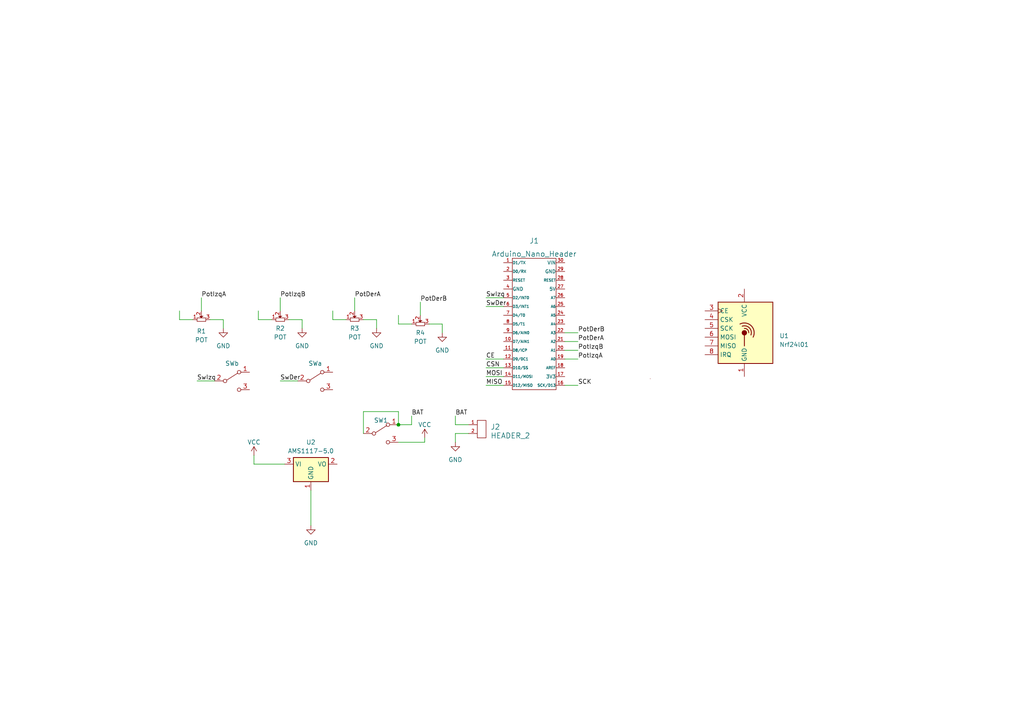
<source format=kicad_sch>
(kicad_sch (version 20230121) (generator eeschema)
  (paper "A4")
  (lib_symbols
    (symbol "EESTN5:Arduino_Nano_Header" (pin_names (offset 0.0254))
      (property "Reference" "J" (at 0 20.32 0))
      (property "Value" "Arduino_Nano_Header" (at 0 -20.32 0))
      (symbol "Arduino_Nano_Header_0_1"
        (rectangle (start 6.35 -19.05) (end -6.35 19.05))
      )
      (symbol "Arduino_Nano_Header_1_1"
        (pin passive line (at -8.89 17.78 0) (length 2.54) (name "D1/TX") (number "1"))
        (pin passive line (at -8.89 -5.08 0) (length 2.54) (name "D7/AIN1") (number "10"))
        (pin passive line (at -8.89 -7.62 0) (length 2.54) (name "D8/ICP") (number "11"))
        (pin passive line (at -8.89 -10.16 0) (length 2.54) (name "D9/0C1") (number "12"))
        (pin passive line (at -8.89 -12.7 0) (length 2.54) (name "D10/SS") (number "13"))
        (pin passive line (at -8.89 -15.24 0) (length 2.54) (name "D11/MOSI") (number "14"))
        (pin passive line (at -8.89 -17.78 0) (length 2.54) (name "D12/MISO") (number "15"))
        (pin passive line (at 8.89 -17.78 180) (length 2.54) (name "SCK/D13") (number "16"))
        (pin passive line (at 8.89 -15.24 180) (length 2.54) (name "3V3") (number "17"))
        (pin passive line (at 8.89 -12.7 180) (length 2.54) (name "AREF") (number "18"))
        (pin passive line (at 8.89 -10.16 180) (length 2.54) (name "A0") (number "19"))
        (pin passive line (at -8.89 15.24 0) (length 2.54) (name "D0/RX") (number "2"))
        (pin passive line (at 8.89 -7.62 180) (length 2.54) (name "A1") (number "20"))
        (pin passive line (at 8.89 -5.08 180) (length 2.54) (name "A2") (number "21"))
        (pin passive line (at 8.89 -2.54 180) (length 2.54) (name "A3") (number "22"))
        (pin passive line (at 8.89 0 180) (length 2.54) (name "A4") (number "23"))
        (pin passive line (at 8.89 2.54 180) (length 2.54) (name "A5") (number "24"))
        (pin passive line (at 8.89 5.08 180) (length 2.54) (name "A6") (number "25"))
        (pin passive line (at 8.89 7.62 180) (length 2.54) (name "A7") (number "26"))
        (pin passive line (at 8.89 10.16 180) (length 2.54) (name "5V") (number "27"))
        (pin passive line (at 8.89 12.7 180) (length 2.54) (name "RESET") (number "28"))
        (pin passive line (at 8.89 15.24 180) (length 2.54) (name "GND") (number "29"))
        (pin passive line (at -8.89 12.7 0) (length 2.54) (name "RESET") (number "3"))
        (pin passive line (at 8.89 17.78 180) (length 2.54) (name "VIN") (number "30"))
        (pin passive line (at -8.89 10.16 0) (length 2.54) (name "GND") (number "4"))
        (pin passive line (at -8.89 7.62 0) (length 2.54) (name "D2/INT0") (number "5"))
        (pin passive line (at -8.89 5.08 0) (length 2.54) (name "D3/INT1") (number "6"))
        (pin passive line (at -8.89 2.54 0) (length 2.54) (name "D4/T0") (number "7"))
        (pin passive line (at -8.89 0 0) (length 2.54) (name "D5/T1") (number "8"))
        (pin passive line (at -8.89 -2.54 0) (length 2.54) (name "D6/AIN0") (number "9"))
      )
    )
    (symbol "EESTN5:HEADER_2" (pin_names (offset 0))
      (property "Reference" "J" (at 1.27 3.81 0))
      (property "Value" "HEADER_2" (at 1.27 -5.08 0))
      (symbol "HEADER_2_0_1"
        (rectangle (start 0 2.54) (end 2.54 -2.54))
      )
      (symbol "HEADER_2_1_1"
        (pin passive line (at -2.54 1.27 0) (length 2.54) (name "~") (number "1"))
        (pin passive line (at -2.54 -1.27 0) (length 2.54) (name "~") (number "2"))
      )
    )
    (symbol "EESTN5:Nrf24l01"
      (property "Reference" "U" (at 0.635 -0.635 0))
      (property "Value" "Nrf24l01" (at 13.335 -1.27 0))
      (symbol "Nrf24l01_0_1"
        (rectangle (start -27.305 -13.335) (end -27.305 -13.335))
        (rectangle (start -7.62 8.89) (end 8.255 -8.89) (stroke (width 0.254)) (fill (type background)))
        (polyline (pts (xy 0 -0.635) (xy 0 -3.81)) (stroke (width 0.254)))
        (circle (center 0 0) (radius 0.635) (stroke (width 0.254)) (fill (type outline)))
        (arc (start 1.27 0) (mid 0.9118 0.9118) (end 0 1.27) (stroke (width 0.254)))
        (arc (start 1.905 -0.635) (mid 1.4385 1.4385) (end -0.635 1.905) (stroke (width 0.254)))
        (arc (start 2.54 -1.27) (mid 2.008 2.008) (end -1.27 2.54) (stroke (width 0.254)))
      )
      (symbol "Nrf24l01_1_1"
        (pin input line (at 0 -12.7 90) (length 3.81) (name "GND") (number "1"))
        (pin input line (at 0 12.7 270) (length 3.81) (name "VCC") (number "2"))
        (pin input clock (at -11.43 6.35 0) (length 3.81) (name "CE") (number "3"))
        (pin input line (at -11.43 3.81 0) (length 3.81) (name "CSK") (number "4"))
        (pin output line (at -11.43 1.27 0) (length 3.81) (name "SCK") (number "5"))
        (pin power_in line (at -11.43 -1.27 0) (length 3.81) (name "MOSI") (number "6"))
        (pin power_in line (at -11.43 -3.81 0) (length 3.81) (name "MISO") (number "7"))
        (pin power_in line (at -11.43 -6.35 0) (length 3.81) (name "IRQ") (number "8"))
      )
    )
    (symbol "EESTN5:POT" (pin_names (offset 1.016) hide)
      (property "Reference" "R" (at 0 -1.27 0))
      (property "Value" "POT" (at 0 -3.81 0))
      (symbol "POT_0_0"
        (rectangle (start -1.27 0.508) (end 1.27 -0.508))
      )
      (symbol "POT_0_1"
        (polyline (pts (xy 0 0.508) (xy -0.508 1.016) (xy 0.508 1.016)) (fill (type outline)))
      )
      (symbol "POT_1_1"
        (pin passive line (at -2.54 0 0) (length 1.27) (name "1") (number "1"))
        (pin passive line (at 0 2.54 270) (length 1.524) (name "2") (number "2"))
        (pin passive line (at 2.54 0 180) (length 1.27) (name "3") (number "3"))
      )
    )
    (symbol "EESTN5:SW_SPDT" (pin_names (offset 0) hide)
      (property "Reference" "SW" (at 0 4.318 0))
      (symbol "SW_SPDT_0_0"
        (circle (center -2.032 0) (radius 0.508))
        (circle (center 2.032 -2.54) (radius 0.508))
      )
      (symbol "SW_SPDT_0_1"
        (polyline (pts (xy -1.524 0.254) (xy 1.651 2.286)))
        (circle (center 2.032 2.54) (radius 0.508))
      )
      (symbol "SW_SPDT_1_1"
        (pin passive line (at 5.08 2.54 180) (length 2.54) (name "A") (number "1"))
        (pin passive line (at -5.08 0 0) (length 2.54) (name "B") (number "2"))
        (pin passive line (at 5.08 -2.54 180) (length 2.54) (name "C") (number "3"))
      )
    )
    (symbol "Regulator_Linear:AMS1117-5.0"
      (property "Reference" "U" (at -3.81 3.175 0))
      (property "Value" "AMS1117-5.0" (at 0 3.175 0))
      (symbol "AMS1117-5.0_0_1"
        (rectangle (start -5.08 -5.08) (end 5.08 1.905) (stroke (width 0.254)) (fill (type background)))
      )
      (symbol "AMS1117-5.0_1_1"
        (pin power_in line (at 0 -7.62 90) (length 2.54) (name "GND") (number "1"))
        (pin power_out line (at 7.62 0 180) (length 2.54) (name "VO") (number "2"))
        (pin power_in line (at -7.62 0 0) (length 2.54) (name "VI") (number "3"))
      )
    )
    (symbol "power:GND" (power) (pin_names (offset 0))
      (property "Value" "GND" (at 0 -3.81 0))
      (symbol "GND_0_1"
        (polyline (pts (xy 0 0) (xy 0 -1.27) (xy 1.27 -1.27) (xy 0 -2.54) (xy -1.27 -1.27) (xy 0 -1.27)))
      )
      (symbol "GND_1_1"
        (pin power_in line (at 0 0 270) (length 0) hide (name "GND") (number "1"))
      )
    )
    (symbol "power:VCC" (power) (pin_names (offset 0))
      (property "Value" "VCC" (at 0 3.81 0))
      (symbol "VCC_0_1"
        (polyline (pts (xy -0.762 1.27) (xy 0 2.54)))
        (polyline (pts (xy 0 0) (xy 0 2.54)))
        (polyline (pts (xy 0 2.54) (xy 0.762 1.27)))
      )
      (symbol "VCC_1_1"
        (pin power_in line (at 0 0 90) (length 0) hide (name "VCC") (number "1"))
      )
    )
  )
  (junction (at 115.57 123.19))
  (wire (pts (xy 119.38 120.65) (xy 119.38 123.19)))
  (wire (pts (xy 109.22 92.71) (xy 105.41 92.71)))
  (wire (pts (xy 102.87 86.36) (xy 102.87 90.17)))
  (wire (pts (xy 163.83 101.6) (xy 167.64 101.6)))
  (wire (pts (xy 73.66 134.62) (xy 82.55 134.62)))
  (wire (pts (xy 87.63 95.25) (xy 87.63 92.71)))
  (wire (pts (xy 115.57 123.19) (xy 119.38 123.19)))
  (wire (pts (xy 78.74 92.71) (xy 74.93 92.71)))
  (wire (pts (xy 96.52 90.17) (xy 96.52 92.71)))
  (wire (pts (xy 132.08 128.27) (xy 132.08 125.73)))
  (wire (pts (xy 87.63 92.71) (xy 83.82 92.71)))
  (wire (pts (xy 140.97 88.9) (xy 146.05 88.9)))
  (wire (pts (xy 121.92 87.63) (xy 121.92 91.44)))
  (wire (pts (xy 140.97 106.68) (xy 146.05 106.68)))
  (wire (pts (xy 52.07 90.17) (xy 52.07 92.71)))
  (wire (pts (xy 140.97 109.22) (xy 146.05 109.22)))
  (wire (pts (xy 163.83 96.52) (xy 167.64 96.52)))
  (wire (pts (xy 57.15 110.49) (xy 62.23 110.49)))
  (wire (pts (xy 81.28 110.49) (xy 86.36 110.49)))
  (wire (pts (xy 128.27 93.98) (xy 124.46 93.98)))
  (wire (pts (xy 100.33 92.71) (xy 96.52 92.71)))
  (wire (pts (xy 163.83 104.14) (xy 167.64 104.14)))
  (wire (pts (xy 55.88 92.71) (xy 52.07 92.71)))
  (wire (pts (xy 140.97 111.76) (xy 146.05 111.76)))
  (wire (pts (xy 119.38 93.98) (xy 115.57 93.98)))
  (wire (pts (xy 163.83 99.06) (xy 167.64 99.06)))
  (wire (pts (xy 132.08 125.73) (xy 135.89 125.73)))
  (wire (pts (xy 128.27 96.52) (xy 128.27 93.98)))
  (wire (pts (xy 58.42 86.36) (xy 58.42 90.17)))
  (wire (pts (xy 135.89 123.19) (xy 132.08 123.19)))
  (wire (pts (xy 64.77 95.25) (xy 64.77 92.71)))
  (wire (pts (xy 132.08 120.65) (xy 132.08 123.19)))
  (wire (pts (xy 81.28 86.36) (xy 81.28 90.17)))
  (wire (pts (xy 105.41 119.38) (xy 115.57 119.38)))
  (wire (pts (xy 109.22 95.25) (xy 109.22 92.71)))
  (wire (pts (xy 140.97 104.14) (xy 146.05 104.14)))
  (wire (pts (xy 105.41 125.73) (xy 105.41 119.38)))
  (wire (pts (xy 163.83 111.76) (xy 167.64 111.76)))
  (wire (pts (xy 140.97 86.36) (xy 146.05 86.36)))
  (wire (pts (xy 123.19 128.27) (xy 123.19 127)))
  (wire (pts (xy 90.17 152.4) (xy 90.17 142.24)))
  (wire (pts (xy 115.57 119.38) (xy 115.57 123.19)))
  (wire (pts (xy 64.77 92.71) (xy 60.96 92.71)))
  (wire (pts (xy 74.93 90.17) (xy 74.93 92.71)))
  (wire (pts (xy 115.57 128.27) (xy 123.19 128.27)))
  (wire (pts (xy 115.57 91.44) (xy 115.57 93.98)))
  (wire (pts (xy 73.66 134.62) (xy 73.66 132.08)))
  (label "PotDerA" (at 102.87 86.36 0))
  (label "PotIzqA" (at 167.64 104.14 0))
  (label "SCK" (at 167.64 111.76 0))
  (label "SwIzq" (at 140.97 86.36 0))
  (label "PotDerA" (at 167.64 99.06 0))
  (label "BAT" (at 132.08 120.65 0))
  (label "MOSI" (at 140.97 109.22 0))
  (label "PotIzqA" (at 58.42 86.36 0))
  (label "PotIzqB" (at 167.64 101.6 0))
  (label "PotIzqB" (at 81.28 86.36 0))
  (label "CE" (at 140.97 104.14 0))
  (label "MISO" (at 140.97 111.76 0))
  (label "SwIzq" (at 57.15 110.49 0))
  (label "PotDerB" (at 121.92 87.63 0))
  (label "SwDer" (at 140.97 88.9 0))
  (label "CSN" (at 140.97 106.68 0))
  (label "BAT" (at 119.38 120.65 0))
  (label "PotDerB" (at 167.64 96.52 0))
  (label "SwDer" (at 81.28 110.49 0))
  (symbol (lib_id "power:GND") (at 128.27 96.52 0) (unit 1)
    (property "Reference" "#PWR03" (effects hide))
    (property "Value" "GND" (at 128.27 101.6 0))
  )
  (symbol (lib_id "EESTN5:POT") (at 81.28 92.71 0) (unit 1)
    (property "Reference" "R2" (at 81.28 95.25 0))
    (property "Value" "POT" (at 81.28 97.79 0))
  )
  (symbol (lib_id "Regulator_Linear:AMS1117-5.0") (at 90.17 134.62 0) (unit 1)
    (property "Reference" "U2" (at 90.17 128.27 0))
    (property "Value" "AMS1117-5.0" (at 90.17 130.81 0))
    (property "Footprint" "Package_TO_SOT_SMD:SOT-223-3_TabPin2" (effects hide))
    (property "Datasheet" "http://www.advanced-monolithic.com/pdf/ds1117.pdf" (effects hide))
  )
  (symbol (lib_id "EESTN5:SW_SPDT") (at 110.49 125.73 0) (unit 1)
    (property "Reference" "SW1" (at 110.49 121.92 0))
    (property "Value" "SW_SPDT" (effects hide))
  )
  (symbol (lib_id "EESTN5:POT") (at 102.87 92.71 0) (unit 1)
    (property "Reference" "R3" (at 102.87 95.25 0))
    (property "Value" "POT" (at 102.87 97.79 0))
  )
  (symbol (lib_id "EESTN5:SW_SPDT") (at 91.44 110.49 0) (unit 1)
    (property "Reference" "SWa" (at 91.44 105.41 0))
    (property "Value" "SW_SPDT" (effects hide))
  )
  (symbol (lib_id "EESTN5:POT") (at 58.42 92.71 0) (unit 1)
    (property "Reference" "R1" (at 58.42 96.0597 0))
    (property "Value" "POT" (at 58.42 98.5997 0))
  )
  (symbol (lib_id "power:GND") (at 90.17 152.4 0) (unit 1)
    (property "Reference" "#PWR05" (effects hide))
    (property "Value" "GND" (at 90.17 157.48 0))
  )
  (symbol (lib_id "EESTN5:HEADER_2") (at 138.43 124.46 0) (unit 1)
    (property "Reference" "J2" (at 142.24 123.825 0) (effects (font (size 1.524 1.524)) (justify left)))
    (property "Value" "HEADER_2" (at 142.24 126.365 0) (effects (font (size 1.524 1.524)) (justify left)))
  )
  (symbol (lib_id "power:GND") (at 87.63 95.25 0) (unit 1)
    (property "Reference" "#PWR01" (effects hide))
    (property "Value" "GND" (at 87.63 100.33 0))
  )
  (symbol (lib_id "EESTN5:SW_SPDT") (at 67.31 110.49 0) (unit 1)
    (property "Reference" "SWb" (at 67.31 105.41 0))
    (property "Value" "SW_SPDT" (effects hide))
  )
  (symbol (lib_id "power:GND") (at 64.77 95.25 0) (unit 1)
    (property "Reference" "#PWR04" (effects hide))
    (property "Value" "GND" (at 64.77 100.33 0))
  )
  (symbol (lib_id "power:VCC") (at 73.66 132.08 0) (unit 1)
    (property "Reference" "#PWR06" (effects hide))
    (property "Value" "VCC" (at 73.66 128.27 0))
  )
  (symbol (lib_id "power:GND") (at 132.08 128.27 0) (unit 1)
    (property "Reference" "#PWR010" (effects hide))
    (property "Value" "GND" (at 132.08 133.35 0))
  )
  (symbol (lib_id "EESTN5:Nrf24l01") (at 215.9 96.52 0) (unit 1)
    (property "Reference" "U1" (at 226.06 97.4089 0) (effects (justify left)))
    (property "Value" "Nrf24l01" (at 226.06 99.9489 0) (effects (justify left)))
  )
  (symbol (lib_id "EESTN5:Arduino_Nano_Header") (at 154.94 93.98 0) (unit 1)
    (property "Reference" "J1" (at 154.94 69.85 0) (effects (font (size 1.524 1.524))))
    (property "Value" "Arduino_Nano_Header" (at 154.94 73.66 0) (effects (font (size 1.524 1.524))))
  )
  (symbol (lib_id "power:VCC") (at 123.19 127 0) (unit 1)
    (property "Reference" "#PWR09" (effects hide))
    (property "Value" "VCC" (at 123.19 123.19 0))
  )
  (symbol (lib_id "EESTN5:POT") (at 121.92 93.98 0) (unit 1)
    (property "Reference" "R4" (at 121.92 96.52 0))
    (property "Value" "POT" (at 121.92 99.06 0))
  )
  (symbol (lib_id "power:GND") (at 109.22 95.25 0) (unit 1)
    (property "Reference" "#PWR02" (effects hide))
    (property "Value" "GND" (at 109.22 100.33 0))
  )
)
</source>
